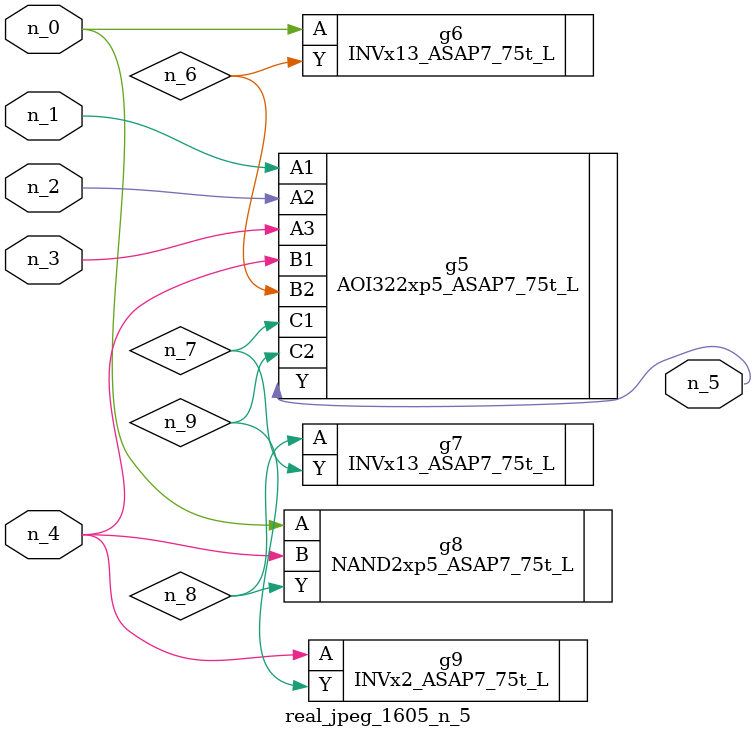
<source format=v>
module real_jpeg_1605_n_5 (n_4, n_0, n_1, n_2, n_3, n_5);

input n_4;
input n_0;
input n_1;
input n_2;
input n_3;

output n_5;

wire n_8;
wire n_6;
wire n_7;
wire n_9;

INVx13_ASAP7_75t_L g6 ( 
.A(n_0),
.Y(n_6)
);

NAND2xp5_ASAP7_75t_L g8 ( 
.A(n_0),
.B(n_4),
.Y(n_8)
);

AOI322xp5_ASAP7_75t_L g5 ( 
.A1(n_1),
.A2(n_2),
.A3(n_3),
.B1(n_4),
.B2(n_6),
.C1(n_7),
.C2(n_9),
.Y(n_5)
);

INVx2_ASAP7_75t_L g9 ( 
.A(n_4),
.Y(n_9)
);

INVx13_ASAP7_75t_L g7 ( 
.A(n_8),
.Y(n_7)
);


endmodule
</source>
